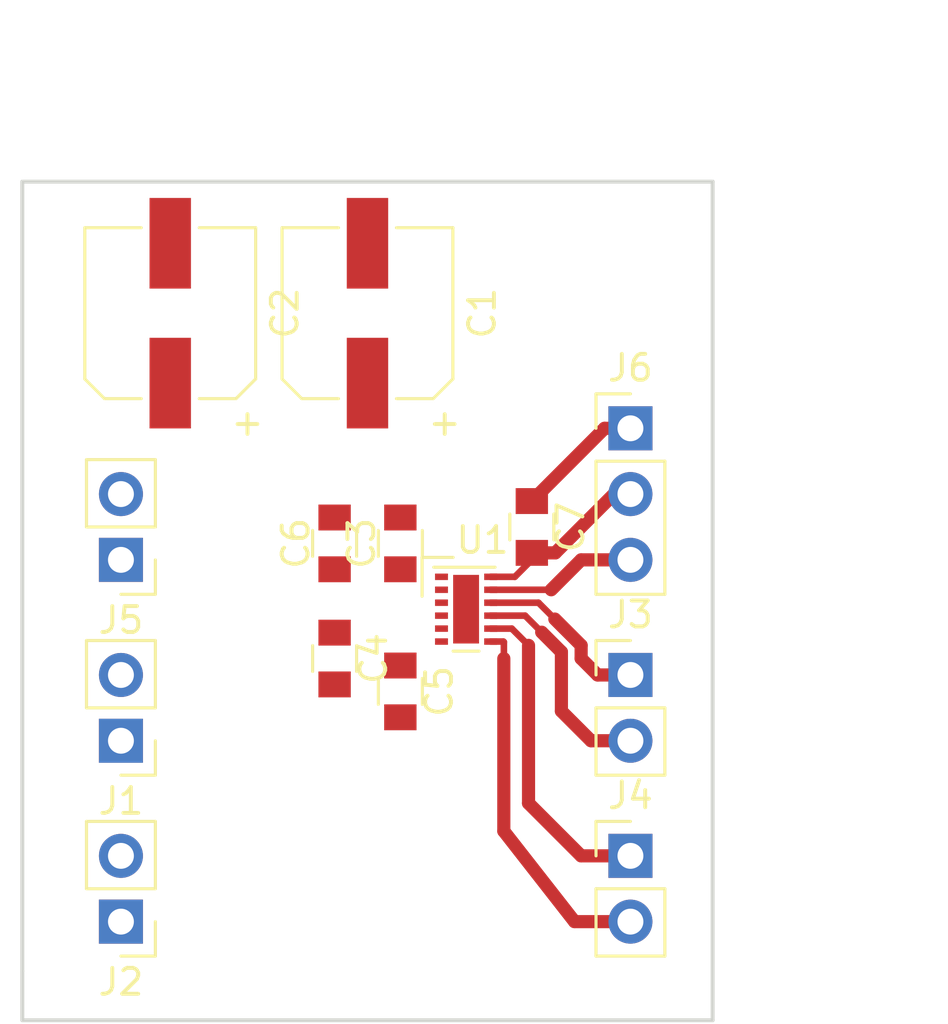
<source format=kicad_pcb>
(kicad_pcb (version 4) (host pcbnew 4.0.7)

  (general
    (links 30)
    (no_connects 20)
    (area 123.114999 93.269999 149.935001 125.805001)
    (thickness 1.6)
    (drawings 7)
    (tracks 35)
    (zones 0)
    (modules 14)
    (nets 13)
  )

  (page A4)
  (layers
    (0 F.Cu signal)
    (31 B.Cu signal)
    (32 B.Adhes user)
    (33 F.Adhes user)
    (34 B.Paste user)
    (35 F.Paste user)
    (36 B.SilkS user)
    (37 F.SilkS user)
    (38 B.Mask user)
    (39 F.Mask user)
    (40 Dwgs.User user)
    (41 Cmts.User user)
    (42 Eco1.User user)
    (43 Eco2.User user)
    (44 Edge.Cuts user)
    (45 Margin user)
    (46 B.CrtYd user)
    (47 F.CrtYd user)
    (48 B.Fab user)
    (49 F.Fab user)
  )

  (setup
    (last_trace_width 0.254)
    (user_trace_width 0.254)
    (user_trace_width 0.381)
    (user_trace_width 0.508)
    (user_trace_width 0.635)
    (user_trace_width 0.762)
    (user_trace_width 1.016)
    (user_trace_width 1.27)
    (user_trace_width 1.524)
    (trace_clearance 0.2)
    (zone_clearance 0.508)
    (zone_45_only no)
    (trace_min 0.2)
    (segment_width 0.2)
    (edge_width 0.15)
    (via_size 0.6)
    (via_drill 0.4)
    (via_min_size 0.4)
    (via_min_drill 0.3)
    (uvia_size 0.3)
    (uvia_drill 0.1)
    (uvias_allowed no)
    (uvia_min_size 0.2)
    (uvia_min_drill 0.1)
    (pcb_text_width 0.3)
    (pcb_text_size 1.5 1.5)
    (mod_edge_width 0.15)
    (mod_text_size 1 1)
    (mod_text_width 0.15)
    (pad_size 1.524 1.524)
    (pad_drill 0.762)
    (pad_to_mask_clearance 0.2)
    (aux_axis_origin 0 0)
    (visible_elements 7FFFFFFF)
    (pcbplotparams
      (layerselection 0x00030_80000001)
      (usegerberextensions false)
      (excludeedgelayer true)
      (linewidth 0.100000)
      (plotframeref false)
      (viasonmask false)
      (mode 1)
      (useauxorigin false)
      (hpglpennumber 1)
      (hpglpenspeed 20)
      (hpglpendiameter 15)
      (hpglpenoverlay 2)
      (psnegative false)
      (psa4output false)
      (plotreference true)
      (plotvalue true)
      (plotinvisibletext false)
      (padsonsilk false)
      (subtractmaskfromsilk false)
      (outputformat 1)
      (mirror false)
      (drillshape 1)
      (scaleselection 1)
      (outputdirectory ""))
  )

  (net 0 "")
  (net 1 +8V)
  (net 2 GND)
  (net 3 "Net-(C4-Pad1)")
  (net 4 "Net-(C4-Pad2)")
  (net 5 "Net-(C5-Pad1)")
  (net 6 "Net-(C5-Pad2)")
  (net 7 /Dir_A)
  (net 8 /PWM_A)
  (net 9 /Dir_B)
  (net 10 /PWM_B)
  (net 11 +3V3)
  (net 12 "Net-(J6-Pad3)")

  (net_class Default "Dies ist die voreingestellte Netzklasse."
    (clearance 0.2)
    (trace_width 0.25)
    (via_dia 0.6)
    (via_drill 0.4)
    (uvia_dia 0.3)
    (uvia_drill 0.1)
    (add_net +3V3)
    (add_net +8V)
    (add_net /Dir_A)
    (add_net /Dir_B)
    (add_net /PWM_A)
    (add_net /PWM_B)
    (add_net GND)
    (add_net "Net-(C4-Pad1)")
    (add_net "Net-(C4-Pad2)")
    (add_net "Net-(C5-Pad1)")
    (add_net "Net-(C5-Pad2)")
    (add_net "Net-(J6-Pad3)")
  )

  (module Capacitors_SMD:CP_Elec_6.3x7.7 (layer F.Cu) (tedit 58AA8B76) (tstamp 5A9E965A)
    (at 136.525 98.425 90)
    (descr "SMT capacitor, aluminium electrolytic, 6.3x7.7")
    (path /5A9E981E)
    (attr smd)
    (fp_text reference C1 (at 0 4.43 90) (layer F.SilkS)
      (effects (font (size 1 1) (thickness 0.15)))
    )
    (fp_text value 220u (at 0 -4.43 90) (layer F.Fab)
      (effects (font (size 1 1) (thickness 0.15)))
    )
    (fp_circle (center 0 0) (end 0.5 3) (layer F.Fab) (width 0.1))
    (fp_text user + (at -1.73 -0.08 90) (layer F.Fab)
      (effects (font (size 1 1) (thickness 0.15)))
    )
    (fp_text user + (at -4.28 2.91 90) (layer F.SilkS)
      (effects (font (size 1 1) (thickness 0.15)))
    )
    (fp_text user %R (at 0 4.43 90) (layer F.Fab)
      (effects (font (size 1 1) (thickness 0.15)))
    )
    (fp_line (start 3.15 3.15) (end 3.15 -3.15) (layer F.Fab) (width 0.1))
    (fp_line (start -2.48 3.15) (end 3.15 3.15) (layer F.Fab) (width 0.1))
    (fp_line (start -3.15 2.48) (end -2.48 3.15) (layer F.Fab) (width 0.1))
    (fp_line (start -3.15 -2.48) (end -3.15 2.48) (layer F.Fab) (width 0.1))
    (fp_line (start -2.48 -3.15) (end -3.15 -2.48) (layer F.Fab) (width 0.1))
    (fp_line (start 3.15 -3.15) (end -2.48 -3.15) (layer F.Fab) (width 0.1))
    (fp_line (start -3.3 2.54) (end -3.3 1.12) (layer F.SilkS) (width 0.12))
    (fp_line (start 3.3 3.3) (end 3.3 1.12) (layer F.SilkS) (width 0.12))
    (fp_line (start 3.3 -3.3) (end 3.3 -1.12) (layer F.SilkS) (width 0.12))
    (fp_line (start -3.3 -2.54) (end -3.3 -1.12) (layer F.SilkS) (width 0.12))
    (fp_line (start 3.3 3.3) (end -2.54 3.3) (layer F.SilkS) (width 0.12))
    (fp_line (start -2.54 3.3) (end -3.3 2.54) (layer F.SilkS) (width 0.12))
    (fp_line (start -3.3 -2.54) (end -2.54 -3.3) (layer F.SilkS) (width 0.12))
    (fp_line (start -2.54 -3.3) (end 3.3 -3.3) (layer F.SilkS) (width 0.12))
    (fp_line (start -4.7 -3.4) (end 4.7 -3.4) (layer F.CrtYd) (width 0.05))
    (fp_line (start -4.7 -3.4) (end -4.7 3.4) (layer F.CrtYd) (width 0.05))
    (fp_line (start 4.7 3.4) (end 4.7 -3.4) (layer F.CrtYd) (width 0.05))
    (fp_line (start 4.7 3.4) (end -4.7 3.4) (layer F.CrtYd) (width 0.05))
    (pad 1 smd rect (at -2.7 0 270) (size 3.5 1.6) (layers F.Cu F.Paste F.Mask)
      (net 1 +8V))
    (pad 2 smd rect (at 2.7 0 270) (size 3.5 1.6) (layers F.Cu F.Paste F.Mask)
      (net 2 GND))
    (model Capacitors_SMD.3dshapes/CP_Elec_6.3x7.7.wrl
      (at (xyz 0 0 0))
      (scale (xyz 1 1 1))
      (rotate (xyz 0 0 180))
    )
  )

  (module Capacitors_SMD:CP_Elec_6.3x7.7 (layer F.Cu) (tedit 58AA8B76) (tstamp 5A9E9660)
    (at 128.905 98.425 90)
    (descr "SMT capacitor, aluminium electrolytic, 6.3x7.7")
    (path /5A9E981D)
    (attr smd)
    (fp_text reference C2 (at 0 4.43 90) (layer F.SilkS)
      (effects (font (size 1 1) (thickness 0.15)))
    )
    (fp_text value 220u (at 0 -4.43 90) (layer F.Fab)
      (effects (font (size 1 1) (thickness 0.15)))
    )
    (fp_circle (center 0 0) (end 0.5 3) (layer F.Fab) (width 0.1))
    (fp_text user + (at -1.73 -0.08 90) (layer F.Fab)
      (effects (font (size 1 1) (thickness 0.15)))
    )
    (fp_text user + (at -4.28 2.91 90) (layer F.SilkS)
      (effects (font (size 1 1) (thickness 0.15)))
    )
    (fp_text user %R (at 0 4.43 90) (layer F.Fab)
      (effects (font (size 1 1) (thickness 0.15)))
    )
    (fp_line (start 3.15 3.15) (end 3.15 -3.15) (layer F.Fab) (width 0.1))
    (fp_line (start -2.48 3.15) (end 3.15 3.15) (layer F.Fab) (width 0.1))
    (fp_line (start -3.15 2.48) (end -2.48 3.15) (layer F.Fab) (width 0.1))
    (fp_line (start -3.15 -2.48) (end -3.15 2.48) (layer F.Fab) (width 0.1))
    (fp_line (start -2.48 -3.15) (end -3.15 -2.48) (layer F.Fab) (width 0.1))
    (fp_line (start 3.15 -3.15) (end -2.48 -3.15) (layer F.Fab) (width 0.1))
    (fp_line (start -3.3 2.54) (end -3.3 1.12) (layer F.SilkS) (width 0.12))
    (fp_line (start 3.3 3.3) (end 3.3 1.12) (layer F.SilkS) (width 0.12))
    (fp_line (start 3.3 -3.3) (end 3.3 -1.12) (layer F.SilkS) (width 0.12))
    (fp_line (start -3.3 -2.54) (end -3.3 -1.12) (layer F.SilkS) (width 0.12))
    (fp_line (start 3.3 3.3) (end -2.54 3.3) (layer F.SilkS) (width 0.12))
    (fp_line (start -2.54 3.3) (end -3.3 2.54) (layer F.SilkS) (width 0.12))
    (fp_line (start -3.3 -2.54) (end -2.54 -3.3) (layer F.SilkS) (width 0.12))
    (fp_line (start -2.54 -3.3) (end 3.3 -3.3) (layer F.SilkS) (width 0.12))
    (fp_line (start -4.7 -3.4) (end 4.7 -3.4) (layer F.CrtYd) (width 0.05))
    (fp_line (start -4.7 -3.4) (end -4.7 3.4) (layer F.CrtYd) (width 0.05))
    (fp_line (start 4.7 3.4) (end 4.7 -3.4) (layer F.CrtYd) (width 0.05))
    (fp_line (start 4.7 3.4) (end -4.7 3.4) (layer F.CrtYd) (width 0.05))
    (pad 1 smd rect (at -2.7 0 270) (size 3.5 1.6) (layers F.Cu F.Paste F.Mask)
      (net 1 +8V))
    (pad 2 smd rect (at 2.7 0 270) (size 3.5 1.6) (layers F.Cu F.Paste F.Mask)
      (net 2 GND))
    (model Capacitors_SMD.3dshapes/CP_Elec_6.3x7.7.wrl
      (at (xyz 0 0 0))
      (scale (xyz 1 1 1))
      (rotate (xyz 0 0 180))
    )
  )

  (module Capacitors_SMD:C_0805 (layer F.Cu) (tedit 58AA8463) (tstamp 5A9E9666)
    (at 137.795 107.315 90)
    (descr "Capacitor SMD 0805, reflow soldering, AVX (see smccp.pdf)")
    (tags "capacitor 0805")
    (path /5A9E981C)
    (attr smd)
    (fp_text reference C3 (at 0 -1.5 90) (layer F.SilkS)
      (effects (font (size 1 1) (thickness 0.15)))
    )
    (fp_text value 1u (at 0 1.75 90) (layer F.Fab)
      (effects (font (size 1 1) (thickness 0.15)))
    )
    (fp_text user %R (at 0 -1.5 90) (layer F.Fab)
      (effects (font (size 1 1) (thickness 0.15)))
    )
    (fp_line (start -1 0.62) (end -1 -0.62) (layer F.Fab) (width 0.1))
    (fp_line (start 1 0.62) (end -1 0.62) (layer F.Fab) (width 0.1))
    (fp_line (start 1 -0.62) (end 1 0.62) (layer F.Fab) (width 0.1))
    (fp_line (start -1 -0.62) (end 1 -0.62) (layer F.Fab) (width 0.1))
    (fp_line (start 0.5 -0.85) (end -0.5 -0.85) (layer F.SilkS) (width 0.12))
    (fp_line (start -0.5 0.85) (end 0.5 0.85) (layer F.SilkS) (width 0.12))
    (fp_line (start -1.75 -0.88) (end 1.75 -0.88) (layer F.CrtYd) (width 0.05))
    (fp_line (start -1.75 -0.88) (end -1.75 0.87) (layer F.CrtYd) (width 0.05))
    (fp_line (start 1.75 0.87) (end 1.75 -0.88) (layer F.CrtYd) (width 0.05))
    (fp_line (start 1.75 0.87) (end -1.75 0.87) (layer F.CrtYd) (width 0.05))
    (pad 1 smd rect (at -1 0 90) (size 1 1.25) (layers F.Cu F.Paste F.Mask)
      (net 1 +8V))
    (pad 2 smd rect (at 1 0 90) (size 1 1.25) (layers F.Cu F.Paste F.Mask)
      (net 2 GND))
    (model Capacitors_SMD.3dshapes/C_0805.wrl
      (at (xyz 0 0 0))
      (scale (xyz 1 1 1))
      (rotate (xyz 0 0 0))
    )
  )

  (module Capacitors_SMD:C_0805 (layer F.Cu) (tedit 58AA8463) (tstamp 5A9E966C)
    (at 135.255 111.76 270)
    (descr "Capacitor SMD 0805, reflow soldering, AVX (see smccp.pdf)")
    (tags "capacitor 0805")
    (path /5A9E981F)
    (attr smd)
    (fp_text reference C4 (at 0 -1.5 270) (layer F.SilkS)
      (effects (font (size 1 1) (thickness 0.15)))
    )
    (fp_text value 3n3 (at 0 1.75 270) (layer F.Fab)
      (effects (font (size 1 1) (thickness 0.15)))
    )
    (fp_text user %R (at 0 -1.5 270) (layer F.Fab)
      (effects (font (size 1 1) (thickness 0.15)))
    )
    (fp_line (start -1 0.62) (end -1 -0.62) (layer F.Fab) (width 0.1))
    (fp_line (start 1 0.62) (end -1 0.62) (layer F.Fab) (width 0.1))
    (fp_line (start 1 -0.62) (end 1 0.62) (layer F.Fab) (width 0.1))
    (fp_line (start -1 -0.62) (end 1 -0.62) (layer F.Fab) (width 0.1))
    (fp_line (start 0.5 -0.85) (end -0.5 -0.85) (layer F.SilkS) (width 0.12))
    (fp_line (start -0.5 0.85) (end 0.5 0.85) (layer F.SilkS) (width 0.12))
    (fp_line (start -1.75 -0.88) (end 1.75 -0.88) (layer F.CrtYd) (width 0.05))
    (fp_line (start -1.75 -0.88) (end -1.75 0.87) (layer F.CrtYd) (width 0.05))
    (fp_line (start 1.75 0.87) (end 1.75 -0.88) (layer F.CrtYd) (width 0.05))
    (fp_line (start 1.75 0.87) (end -1.75 0.87) (layer F.CrtYd) (width 0.05))
    (pad 1 smd rect (at -1 0 270) (size 1 1.25) (layers F.Cu F.Paste F.Mask)
      (net 3 "Net-(C4-Pad1)"))
    (pad 2 smd rect (at 1 0 270) (size 1 1.25) (layers F.Cu F.Paste F.Mask)
      (net 4 "Net-(C4-Pad2)"))
    (model Capacitors_SMD.3dshapes/C_0805.wrl
      (at (xyz 0 0 0))
      (scale (xyz 1 1 1))
      (rotate (xyz 0 0 0))
    )
  )

  (module Capacitors_SMD:C_0805 (layer F.Cu) (tedit 58AA8463) (tstamp 5A9E9672)
    (at 137.795 113.03 270)
    (descr "Capacitor SMD 0805, reflow soldering, AVX (see smccp.pdf)")
    (tags "capacitor 0805")
    (path /5A9E9820)
    (attr smd)
    (fp_text reference C5 (at 0 -1.5 270) (layer F.SilkS)
      (effects (font (size 1 1) (thickness 0.15)))
    )
    (fp_text value 3n3 (at 0 1.75 270) (layer F.Fab)
      (effects (font (size 1 1) (thickness 0.15)))
    )
    (fp_text user %R (at 0 -1.5 270) (layer F.Fab)
      (effects (font (size 1 1) (thickness 0.15)))
    )
    (fp_line (start -1 0.62) (end -1 -0.62) (layer F.Fab) (width 0.1))
    (fp_line (start 1 0.62) (end -1 0.62) (layer F.Fab) (width 0.1))
    (fp_line (start 1 -0.62) (end 1 0.62) (layer F.Fab) (width 0.1))
    (fp_line (start -1 -0.62) (end 1 -0.62) (layer F.Fab) (width 0.1))
    (fp_line (start 0.5 -0.85) (end -0.5 -0.85) (layer F.SilkS) (width 0.12))
    (fp_line (start -0.5 0.85) (end 0.5 0.85) (layer F.SilkS) (width 0.12))
    (fp_line (start -1.75 -0.88) (end 1.75 -0.88) (layer F.CrtYd) (width 0.05))
    (fp_line (start -1.75 -0.88) (end -1.75 0.87) (layer F.CrtYd) (width 0.05))
    (fp_line (start 1.75 0.87) (end 1.75 -0.88) (layer F.CrtYd) (width 0.05))
    (fp_line (start 1.75 0.87) (end -1.75 0.87) (layer F.CrtYd) (width 0.05))
    (pad 1 smd rect (at -1 0 270) (size 1 1.25) (layers F.Cu F.Paste F.Mask)
      (net 5 "Net-(C5-Pad1)"))
    (pad 2 smd rect (at 1 0 270) (size 1 1.25) (layers F.Cu F.Paste F.Mask)
      (net 6 "Net-(C5-Pad2)"))
    (model Capacitors_SMD.3dshapes/C_0805.wrl
      (at (xyz 0 0 0))
      (scale (xyz 1 1 1))
      (rotate (xyz 0 0 0))
    )
  )

  (module Capacitors_SMD:C_0805 (layer F.Cu) (tedit 58AA8463) (tstamp 5A9E9678)
    (at 135.255 107.315 90)
    (descr "Capacitor SMD 0805, reflow soldering, AVX (see smccp.pdf)")
    (tags "capacitor 0805")
    (path /5A9E981B)
    (attr smd)
    (fp_text reference C6 (at 0 -1.5 90) (layer F.SilkS)
      (effects (font (size 1 1) (thickness 0.15)))
    )
    (fp_text value 100n (at 0 1.75 90) (layer F.Fab)
      (effects (font (size 1 1) (thickness 0.15)))
    )
    (fp_text user %R (at 0 -1.5 90) (layer F.Fab)
      (effects (font (size 1 1) (thickness 0.15)))
    )
    (fp_line (start -1 0.62) (end -1 -0.62) (layer F.Fab) (width 0.1))
    (fp_line (start 1 0.62) (end -1 0.62) (layer F.Fab) (width 0.1))
    (fp_line (start 1 -0.62) (end 1 0.62) (layer F.Fab) (width 0.1))
    (fp_line (start -1 -0.62) (end 1 -0.62) (layer F.Fab) (width 0.1))
    (fp_line (start 0.5 -0.85) (end -0.5 -0.85) (layer F.SilkS) (width 0.12))
    (fp_line (start -0.5 0.85) (end 0.5 0.85) (layer F.SilkS) (width 0.12))
    (fp_line (start -1.75 -0.88) (end 1.75 -0.88) (layer F.CrtYd) (width 0.05))
    (fp_line (start -1.75 -0.88) (end -1.75 0.87) (layer F.CrtYd) (width 0.05))
    (fp_line (start 1.75 0.87) (end 1.75 -0.88) (layer F.CrtYd) (width 0.05))
    (fp_line (start 1.75 0.87) (end -1.75 0.87) (layer F.CrtYd) (width 0.05))
    (pad 1 smd rect (at -1 0 90) (size 1 1.25) (layers F.Cu F.Paste F.Mask)
      (net 1 +8V))
    (pad 2 smd rect (at 1 0 90) (size 1 1.25) (layers F.Cu F.Paste F.Mask)
      (net 2 GND))
    (model Capacitors_SMD.3dshapes/C_0805.wrl
      (at (xyz 0 0 0))
      (scale (xyz 1 1 1))
      (rotate (xyz 0 0 0))
    )
  )

  (module Capacitors_SMD:C_0805 (layer F.Cu) (tedit 58AA8463) (tstamp 5A9E967E)
    (at 142.875 106.68 270)
    (descr "Capacitor SMD 0805, reflow soldering, AVX (see smccp.pdf)")
    (tags "capacitor 0805")
    (path /5A9E9821)
    (attr smd)
    (fp_text reference C7 (at 0 -1.5 270) (layer F.SilkS)
      (effects (font (size 1 1) (thickness 0.15)))
    )
    (fp_text value 100n (at 0 1.75 270) (layer F.Fab)
      (effects (font (size 1 1) (thickness 0.15)))
    )
    (fp_text user %R (at 0 -1.5 270) (layer F.Fab)
      (effects (font (size 1 1) (thickness 0.15)))
    )
    (fp_line (start -1 0.62) (end -1 -0.62) (layer F.Fab) (width 0.1))
    (fp_line (start 1 0.62) (end -1 0.62) (layer F.Fab) (width 0.1))
    (fp_line (start 1 -0.62) (end 1 0.62) (layer F.Fab) (width 0.1))
    (fp_line (start -1 -0.62) (end 1 -0.62) (layer F.Fab) (width 0.1))
    (fp_line (start 0.5 -0.85) (end -0.5 -0.85) (layer F.SilkS) (width 0.12))
    (fp_line (start -0.5 0.85) (end 0.5 0.85) (layer F.SilkS) (width 0.12))
    (fp_line (start -1.75 -0.88) (end 1.75 -0.88) (layer F.CrtYd) (width 0.05))
    (fp_line (start -1.75 -0.88) (end -1.75 0.87) (layer F.CrtYd) (width 0.05))
    (fp_line (start 1.75 0.87) (end 1.75 -0.88) (layer F.CrtYd) (width 0.05))
    (fp_line (start 1.75 0.87) (end -1.75 0.87) (layer F.CrtYd) (width 0.05))
    (pad 1 smd rect (at -1 0 270) (size 1 1.25) (layers F.Cu F.Paste F.Mask)
      (net 2 GND))
    (pad 2 smd rect (at 1 0 270) (size 1 1.25) (layers F.Cu F.Paste F.Mask)
      (net 11 +3V3))
    (model Capacitors_SMD.3dshapes/C_0805.wrl
      (at (xyz 0 0 0))
      (scale (xyz 1 1 1))
      (rotate (xyz 0 0 0))
    )
  )

  (module Pin_Headers:Pin_Header_Straight_1x02_Pitch2.54mm (layer F.Cu) (tedit 59650532) (tstamp 5A9E9684)
    (at 127 114.935 180)
    (descr "Through hole straight pin header, 1x02, 2.54mm pitch, single row")
    (tags "Through hole pin header THT 1x02 2.54mm single row")
    (path /5A9EBC56)
    (fp_text reference J1 (at 0 -2.33 180) (layer F.SilkS)
      (effects (font (size 1 1) (thickness 0.15)))
    )
    (fp_text value Conn_01x02 (at 0 4.87 180) (layer F.Fab)
      (effects (font (size 1 1) (thickness 0.15)))
    )
    (fp_line (start -0.635 -1.27) (end 1.27 -1.27) (layer F.Fab) (width 0.1))
    (fp_line (start 1.27 -1.27) (end 1.27 3.81) (layer F.Fab) (width 0.1))
    (fp_line (start 1.27 3.81) (end -1.27 3.81) (layer F.Fab) (width 0.1))
    (fp_line (start -1.27 3.81) (end -1.27 -0.635) (layer F.Fab) (width 0.1))
    (fp_line (start -1.27 -0.635) (end -0.635 -1.27) (layer F.Fab) (width 0.1))
    (fp_line (start -1.33 3.87) (end 1.33 3.87) (layer F.SilkS) (width 0.12))
    (fp_line (start -1.33 1.27) (end -1.33 3.87) (layer F.SilkS) (width 0.12))
    (fp_line (start 1.33 1.27) (end 1.33 3.87) (layer F.SilkS) (width 0.12))
    (fp_line (start -1.33 1.27) (end 1.33 1.27) (layer F.SilkS) (width 0.12))
    (fp_line (start -1.33 0) (end -1.33 -1.33) (layer F.SilkS) (width 0.12))
    (fp_line (start -1.33 -1.33) (end 0 -1.33) (layer F.SilkS) (width 0.12))
    (fp_line (start -1.8 -1.8) (end -1.8 4.35) (layer F.CrtYd) (width 0.05))
    (fp_line (start -1.8 4.35) (end 1.8 4.35) (layer F.CrtYd) (width 0.05))
    (fp_line (start 1.8 4.35) (end 1.8 -1.8) (layer F.CrtYd) (width 0.05))
    (fp_line (start 1.8 -1.8) (end -1.8 -1.8) (layer F.CrtYd) (width 0.05))
    (fp_text user %R (at 0 1.27 270) (layer F.Fab)
      (effects (font (size 1 1) (thickness 0.15)))
    )
    (pad 1 thru_hole rect (at 0 0 180) (size 1.7 1.7) (drill 1) (layers *.Cu *.Mask)
      (net 4 "Net-(C4-Pad2)"))
    (pad 2 thru_hole oval (at 0 2.54 180) (size 1.7 1.7) (drill 1) (layers *.Cu *.Mask)
      (net 3 "Net-(C4-Pad1)"))
    (model ${KISYS3DMOD}/Pin_Headers.3dshapes/Pin_Header_Straight_1x02_Pitch2.54mm.wrl
      (at (xyz 0 0 0))
      (scale (xyz 1 1 1))
      (rotate (xyz 0 0 0))
    )
  )

  (module Pin_Headers:Pin_Header_Straight_1x02_Pitch2.54mm (layer F.Cu) (tedit 59650532) (tstamp 5A9E968A)
    (at 127 121.92 180)
    (descr "Through hole straight pin header, 1x02, 2.54mm pitch, single row")
    (tags "Through hole pin header THT 1x02 2.54mm single row")
    (path /5A9EBD13)
    (fp_text reference J2 (at 0 -2.33 180) (layer F.SilkS)
      (effects (font (size 1 1) (thickness 0.15)))
    )
    (fp_text value Conn_01x02 (at 0 4.87 180) (layer F.Fab)
      (effects (font (size 1 1) (thickness 0.15)))
    )
    (fp_line (start -0.635 -1.27) (end 1.27 -1.27) (layer F.Fab) (width 0.1))
    (fp_line (start 1.27 -1.27) (end 1.27 3.81) (layer F.Fab) (width 0.1))
    (fp_line (start 1.27 3.81) (end -1.27 3.81) (layer F.Fab) (width 0.1))
    (fp_line (start -1.27 3.81) (end -1.27 -0.635) (layer F.Fab) (width 0.1))
    (fp_line (start -1.27 -0.635) (end -0.635 -1.27) (layer F.Fab) (width 0.1))
    (fp_line (start -1.33 3.87) (end 1.33 3.87) (layer F.SilkS) (width 0.12))
    (fp_line (start -1.33 1.27) (end -1.33 3.87) (layer F.SilkS) (width 0.12))
    (fp_line (start 1.33 1.27) (end 1.33 3.87) (layer F.SilkS) (width 0.12))
    (fp_line (start -1.33 1.27) (end 1.33 1.27) (layer F.SilkS) (width 0.12))
    (fp_line (start -1.33 0) (end -1.33 -1.33) (layer F.SilkS) (width 0.12))
    (fp_line (start -1.33 -1.33) (end 0 -1.33) (layer F.SilkS) (width 0.12))
    (fp_line (start -1.8 -1.8) (end -1.8 4.35) (layer F.CrtYd) (width 0.05))
    (fp_line (start -1.8 4.35) (end 1.8 4.35) (layer F.CrtYd) (width 0.05))
    (fp_line (start 1.8 4.35) (end 1.8 -1.8) (layer F.CrtYd) (width 0.05))
    (fp_line (start 1.8 -1.8) (end -1.8 -1.8) (layer F.CrtYd) (width 0.05))
    (fp_text user %R (at 0 1.27 270) (layer F.Fab)
      (effects (font (size 1 1) (thickness 0.15)))
    )
    (pad 1 thru_hole rect (at 0 0 180) (size 1.7 1.7) (drill 1) (layers *.Cu *.Mask)
      (net 6 "Net-(C5-Pad2)"))
    (pad 2 thru_hole oval (at 0 2.54 180) (size 1.7 1.7) (drill 1) (layers *.Cu *.Mask)
      (net 5 "Net-(C5-Pad1)"))
    (model ${KISYS3DMOD}/Pin_Headers.3dshapes/Pin_Header_Straight_1x02_Pitch2.54mm.wrl
      (at (xyz 0 0 0))
      (scale (xyz 1 1 1))
      (rotate (xyz 0 0 0))
    )
  )

  (module Pin_Headers:Pin_Header_Straight_1x02_Pitch2.54mm (layer F.Cu) (tedit 59650532) (tstamp 5A9E9690)
    (at 146.685 112.395)
    (descr "Through hole straight pin header, 1x02, 2.54mm pitch, single row")
    (tags "Through hole pin header THT 1x02 2.54mm single row")
    (path /5A9E98CD)
    (fp_text reference J3 (at 0 -2.33) (layer F.SilkS)
      (effects (font (size 1 1) (thickness 0.15)))
    )
    (fp_text value Conn_01x02 (at 0 4.87) (layer F.Fab)
      (effects (font (size 1 1) (thickness 0.15)))
    )
    (fp_line (start -0.635 -1.27) (end 1.27 -1.27) (layer F.Fab) (width 0.1))
    (fp_line (start 1.27 -1.27) (end 1.27 3.81) (layer F.Fab) (width 0.1))
    (fp_line (start 1.27 3.81) (end -1.27 3.81) (layer F.Fab) (width 0.1))
    (fp_line (start -1.27 3.81) (end -1.27 -0.635) (layer F.Fab) (width 0.1))
    (fp_line (start -1.27 -0.635) (end -0.635 -1.27) (layer F.Fab) (width 0.1))
    (fp_line (start -1.33 3.87) (end 1.33 3.87) (layer F.SilkS) (width 0.12))
    (fp_line (start -1.33 1.27) (end -1.33 3.87) (layer F.SilkS) (width 0.12))
    (fp_line (start 1.33 1.27) (end 1.33 3.87) (layer F.SilkS) (width 0.12))
    (fp_line (start -1.33 1.27) (end 1.33 1.27) (layer F.SilkS) (width 0.12))
    (fp_line (start -1.33 0) (end -1.33 -1.33) (layer F.SilkS) (width 0.12))
    (fp_line (start -1.33 -1.33) (end 0 -1.33) (layer F.SilkS) (width 0.12))
    (fp_line (start -1.8 -1.8) (end -1.8 4.35) (layer F.CrtYd) (width 0.05))
    (fp_line (start -1.8 4.35) (end 1.8 4.35) (layer F.CrtYd) (width 0.05))
    (fp_line (start 1.8 4.35) (end 1.8 -1.8) (layer F.CrtYd) (width 0.05))
    (fp_line (start 1.8 -1.8) (end -1.8 -1.8) (layer F.CrtYd) (width 0.05))
    (fp_text user %R (at 0 1.27 90) (layer F.Fab)
      (effects (font (size 1 1) (thickness 0.15)))
    )
    (pad 1 thru_hole rect (at 0 0) (size 1.7 1.7) (drill 1) (layers *.Cu *.Mask)
      (net 7 /Dir_A))
    (pad 2 thru_hole oval (at 0 2.54) (size 1.7 1.7) (drill 1) (layers *.Cu *.Mask)
      (net 8 /PWM_A))
    (model ${KISYS3DMOD}/Pin_Headers.3dshapes/Pin_Header_Straight_1x02_Pitch2.54mm.wrl
      (at (xyz 0 0 0))
      (scale (xyz 1 1 1))
      (rotate (xyz 0 0 0))
    )
  )

  (module Pin_Headers:Pin_Header_Straight_1x02_Pitch2.54mm (layer F.Cu) (tedit 59650532) (tstamp 5A9E9696)
    (at 146.685 119.38)
    (descr "Through hole straight pin header, 1x02, 2.54mm pitch, single row")
    (tags "Through hole pin header THT 1x02 2.54mm single row")
    (path /5A9E9774)
    (fp_text reference J4 (at 0 -2.33) (layer F.SilkS)
      (effects (font (size 1 1) (thickness 0.15)))
    )
    (fp_text value Conn_01x02 (at 0 4.87) (layer F.Fab)
      (effects (font (size 1 1) (thickness 0.15)))
    )
    (fp_line (start -0.635 -1.27) (end 1.27 -1.27) (layer F.Fab) (width 0.1))
    (fp_line (start 1.27 -1.27) (end 1.27 3.81) (layer F.Fab) (width 0.1))
    (fp_line (start 1.27 3.81) (end -1.27 3.81) (layer F.Fab) (width 0.1))
    (fp_line (start -1.27 3.81) (end -1.27 -0.635) (layer F.Fab) (width 0.1))
    (fp_line (start -1.27 -0.635) (end -0.635 -1.27) (layer F.Fab) (width 0.1))
    (fp_line (start -1.33 3.87) (end 1.33 3.87) (layer F.SilkS) (width 0.12))
    (fp_line (start -1.33 1.27) (end -1.33 3.87) (layer F.SilkS) (width 0.12))
    (fp_line (start 1.33 1.27) (end 1.33 3.87) (layer F.SilkS) (width 0.12))
    (fp_line (start -1.33 1.27) (end 1.33 1.27) (layer F.SilkS) (width 0.12))
    (fp_line (start -1.33 0) (end -1.33 -1.33) (layer F.SilkS) (width 0.12))
    (fp_line (start -1.33 -1.33) (end 0 -1.33) (layer F.SilkS) (width 0.12))
    (fp_line (start -1.8 -1.8) (end -1.8 4.35) (layer F.CrtYd) (width 0.05))
    (fp_line (start -1.8 4.35) (end 1.8 4.35) (layer F.CrtYd) (width 0.05))
    (fp_line (start 1.8 4.35) (end 1.8 -1.8) (layer F.CrtYd) (width 0.05))
    (fp_line (start 1.8 -1.8) (end -1.8 -1.8) (layer F.CrtYd) (width 0.05))
    (fp_text user %R (at 0 1.27 90) (layer F.Fab)
      (effects (font (size 1 1) (thickness 0.15)))
    )
    (pad 1 thru_hole rect (at 0 0) (size 1.7 1.7) (drill 1) (layers *.Cu *.Mask)
      (net 9 /Dir_B))
    (pad 2 thru_hole oval (at 0 2.54) (size 1.7 1.7) (drill 1) (layers *.Cu *.Mask)
      (net 10 /PWM_B))
    (model ${KISYS3DMOD}/Pin_Headers.3dshapes/Pin_Header_Straight_1x02_Pitch2.54mm.wrl
      (at (xyz 0 0 0))
      (scale (xyz 1 1 1))
      (rotate (xyz 0 0 0))
    )
  )

  (module Pin_Headers:Pin_Header_Straight_1x02_Pitch2.54mm (layer F.Cu) (tedit 59650532) (tstamp 5A9E969C)
    (at 127 107.95 180)
    (descr "Through hole straight pin header, 1x02, 2.54mm pitch, single row")
    (tags "Through hole pin header THT 1x02 2.54mm single row")
    (path /5A9E994E)
    (fp_text reference J5 (at 0 -2.33 180) (layer F.SilkS)
      (effects (font (size 1 1) (thickness 0.15)))
    )
    (fp_text value Conn_01x02 (at 0 4.87 180) (layer F.Fab)
      (effects (font (size 1 1) (thickness 0.15)))
    )
    (fp_line (start -0.635 -1.27) (end 1.27 -1.27) (layer F.Fab) (width 0.1))
    (fp_line (start 1.27 -1.27) (end 1.27 3.81) (layer F.Fab) (width 0.1))
    (fp_line (start 1.27 3.81) (end -1.27 3.81) (layer F.Fab) (width 0.1))
    (fp_line (start -1.27 3.81) (end -1.27 -0.635) (layer F.Fab) (width 0.1))
    (fp_line (start -1.27 -0.635) (end -0.635 -1.27) (layer F.Fab) (width 0.1))
    (fp_line (start -1.33 3.87) (end 1.33 3.87) (layer F.SilkS) (width 0.12))
    (fp_line (start -1.33 1.27) (end -1.33 3.87) (layer F.SilkS) (width 0.12))
    (fp_line (start 1.33 1.27) (end 1.33 3.87) (layer F.SilkS) (width 0.12))
    (fp_line (start -1.33 1.27) (end 1.33 1.27) (layer F.SilkS) (width 0.12))
    (fp_line (start -1.33 0) (end -1.33 -1.33) (layer F.SilkS) (width 0.12))
    (fp_line (start -1.33 -1.33) (end 0 -1.33) (layer F.SilkS) (width 0.12))
    (fp_line (start -1.8 -1.8) (end -1.8 4.35) (layer F.CrtYd) (width 0.05))
    (fp_line (start -1.8 4.35) (end 1.8 4.35) (layer F.CrtYd) (width 0.05))
    (fp_line (start 1.8 4.35) (end 1.8 -1.8) (layer F.CrtYd) (width 0.05))
    (fp_line (start 1.8 -1.8) (end -1.8 -1.8) (layer F.CrtYd) (width 0.05))
    (fp_text user %R (at 0 1.27 270) (layer F.Fab)
      (effects (font (size 1 1) (thickness 0.15)))
    )
    (pad 1 thru_hole rect (at 0 0 180) (size 1.7 1.7) (drill 1) (layers *.Cu *.Mask)
      (net 1 +8V))
    (pad 2 thru_hole oval (at 0 2.54 180) (size 1.7 1.7) (drill 1) (layers *.Cu *.Mask)
      (net 2 GND))
    (model ${KISYS3DMOD}/Pin_Headers.3dshapes/Pin_Header_Straight_1x02_Pitch2.54mm.wrl
      (at (xyz 0 0 0))
      (scale (xyz 1 1 1))
      (rotate (xyz 0 0 0))
    )
  )

  (module Housings_SON:WSON-12-1EP_3x2mm_Pitch0.5mm (layer F.Cu) (tedit 59D7B228) (tstamp 5A9E96B5)
    (at 140.335 109.855)
    (descr "WSON-12 http://www.ti.com/lit/ds/symlink/lm27762.pdf")
    (tags WSON-12)
    (path /5A9E9815)
    (attr smd)
    (fp_text reference U1 (at 0.635 -2.667) (layer F.SilkS)
      (effects (font (size 1 1) (thickness 0.15)))
    )
    (fp_text value DRV8835 (at 0 2.921) (layer F.Fab)
      (effects (font (size 1 1) (thickness 0.15)))
    )
    (fp_line (start -1.7 -0.5) (end -1.7 -2) (layer F.SilkS) (width 0.12))
    (fp_line (start -1.7 -2) (end -0.5 -2) (layer F.SilkS) (width 0.12))
    (fp_line (start -1 -1) (end -0.5 -1.5) (layer F.Fab) (width 0.1))
    (fp_line (start -1.45 -1.75) (end 1.45 -1.75) (layer F.CrtYd) (width 0.05))
    (fp_line (start 1.45 -1.75) (end 1.45 1.75) (layer F.CrtYd) (width 0.05))
    (fp_line (start 1.45 1.75) (end -1.45 1.75) (layer F.CrtYd) (width 0.05))
    (fp_line (start -1.45 1.75) (end -1.45 -1.75) (layer F.CrtYd) (width 0.05))
    (fp_text user %R (at 0 -0.25 90) (layer F.Fab)
      (effects (font (size 0.5 0.5) (thickness 0.05)))
    )
    (fp_line (start 0.5 1.62) (end -0.5 1.62) (layer F.SilkS) (width 0.12))
    (fp_line (start -1.25 -1.62) (end 1.12 -1.62) (layer F.SilkS) (width 0.12))
    (fp_line (start -0.5 -1.5) (end 1 -1.5) (layer F.Fab) (width 0.1))
    (fp_line (start 1 -1.5) (end 1 1.5) (layer F.Fab) (width 0.1))
    (fp_line (start 1 1.5) (end -1 1.5) (layer F.Fab) (width 0.1))
    (fp_line (start -1 1.5) (end -1 -1) (layer F.Fab) (width 0.1))
    (pad 1 smd rect (at -0.95 -1.25) (size 0.5 0.25) (layers F.Cu F.Paste F.Mask)
      (net 1 +8V))
    (pad 2 smd rect (at -0.95 -0.75) (size 0.5 0.25) (layers F.Cu F.Paste F.Mask)
      (net 3 "Net-(C4-Pad1)"))
    (pad 3 smd rect (at -0.95 -0.25) (size 0.5 0.25) (layers F.Cu F.Paste F.Mask)
      (net 4 "Net-(C4-Pad2)"))
    (pad 4 smd rect (at -0.95 0.25) (size 0.5 0.25) (layers F.Cu F.Paste F.Mask)
      (net 5 "Net-(C5-Pad1)"))
    (pad 5 smd rect (at -0.95 0.75) (size 0.5 0.25) (layers F.Cu F.Paste F.Mask)
      (net 6 "Net-(C5-Pad2)"))
    (pad 6 smd rect (at -0.95 1.25) (size 0.5 0.25) (layers F.Cu F.Paste F.Mask)
      (net 2 GND))
    (pad 7 smd rect (at 0.95 1.25) (size 0.5 0.25) (layers F.Cu F.Paste F.Mask)
      (net 10 /PWM_B))
    (pad 8 smd rect (at 0.95 0.75) (size 0.5 0.25) (layers F.Cu F.Paste F.Mask)
      (net 9 /Dir_B))
    (pad 9 smd rect (at 0.95 0.25) (size 0.5 0.25) (layers F.Cu F.Paste F.Mask)
      (net 8 /PWM_A))
    (pad 10 smd rect (at 0.95 -0.25) (size 0.5 0.25) (layers F.Cu F.Paste F.Mask)
      (net 7 /Dir_A))
    (pad 11 smd rect (at 0.95 -0.75) (size 0.5 0.25) (layers F.Cu F.Paste F.Mask)
      (net 12 "Net-(J6-Pad3)"))
    (pad 12 smd rect (at 0.95 -1.25) (size 0.5 0.25) (layers F.Cu F.Paste F.Mask)
      (net 11 +3V3))
    (pad 13 smd rect (at 0 0) (size 1 2.65) (layers F.Cu F.Mask)
      (net 2 GND))
    (pad 13 smd rect (at 0 0.685) (size 0.95 1.17) (layers F.Cu F.Paste)
      (net 2 GND))
    (pad 13 smd rect (at 0 -0.685) (size 0.95 1.17) (layers F.Cu F.Paste)
      (net 2 GND))
    (model ${KISYS3DMOD}/Housings_SON.3dshapes/WSON-12-1EP_3x2mm_Pitch0.5mm.wrl
      (at (xyz 0 0 0))
      (scale (xyz 1 1 1))
      (rotate (xyz 0 0 0))
    )
  )

  (module Pin_Headers:Pin_Header_Straight_1x03_Pitch2.54mm (layer F.Cu) (tedit 59650532) (tstamp 5A9EA71A)
    (at 146.685 102.87)
    (descr "Through hole straight pin header, 1x03, 2.54mm pitch, single row")
    (tags "Through hole pin header THT 1x03 2.54mm single row")
    (path /5A9EA7BF)
    (fp_text reference J6 (at 0 -2.33) (layer F.SilkS)
      (effects (font (size 1 1) (thickness 0.15)))
    )
    (fp_text value Conn_01x03 (at 0 7.41) (layer F.Fab)
      (effects (font (size 1 1) (thickness 0.15)))
    )
    (fp_line (start -0.635 -1.27) (end 1.27 -1.27) (layer F.Fab) (width 0.1))
    (fp_line (start 1.27 -1.27) (end 1.27 6.35) (layer F.Fab) (width 0.1))
    (fp_line (start 1.27 6.35) (end -1.27 6.35) (layer F.Fab) (width 0.1))
    (fp_line (start -1.27 6.35) (end -1.27 -0.635) (layer F.Fab) (width 0.1))
    (fp_line (start -1.27 -0.635) (end -0.635 -1.27) (layer F.Fab) (width 0.1))
    (fp_line (start -1.33 6.41) (end 1.33 6.41) (layer F.SilkS) (width 0.12))
    (fp_line (start -1.33 1.27) (end -1.33 6.41) (layer F.SilkS) (width 0.12))
    (fp_line (start 1.33 1.27) (end 1.33 6.41) (layer F.SilkS) (width 0.12))
    (fp_line (start -1.33 1.27) (end 1.33 1.27) (layer F.SilkS) (width 0.12))
    (fp_line (start -1.33 0) (end -1.33 -1.33) (layer F.SilkS) (width 0.12))
    (fp_line (start -1.33 -1.33) (end 0 -1.33) (layer F.SilkS) (width 0.12))
    (fp_line (start -1.8 -1.8) (end -1.8 6.85) (layer F.CrtYd) (width 0.05))
    (fp_line (start -1.8 6.85) (end 1.8 6.85) (layer F.CrtYd) (width 0.05))
    (fp_line (start 1.8 6.85) (end 1.8 -1.8) (layer F.CrtYd) (width 0.05))
    (fp_line (start 1.8 -1.8) (end -1.8 -1.8) (layer F.CrtYd) (width 0.05))
    (fp_text user %R (at 0 2.54 90) (layer F.Fab)
      (effects (font (size 1 1) (thickness 0.15)))
    )
    (pad 1 thru_hole rect (at 0 0) (size 1.7 1.7) (drill 1) (layers *.Cu *.Mask)
      (net 2 GND))
    (pad 2 thru_hole oval (at 0 2.54) (size 1.7 1.7) (drill 1) (layers *.Cu *.Mask)
      (net 11 +3V3))
    (pad 3 thru_hole oval (at 0 5.08) (size 1.7 1.7) (drill 1) (layers *.Cu *.Mask)
      (net 12 "Net-(J6-Pad3)"))
    (model ${KISYS3DMOD}/Pin_Headers.3dshapes/Pin_Header_Straight_1x03_Pitch2.54mm.wrl
      (at (xyz 0 0 0))
      (scale (xyz 1 1 1))
      (rotate (xyz 0 0 0))
    )
  )

  (dimension 32.385 (width 0.3) (layer Eco1.User)
    (gr_text "32.385 mm" (at 156.29 109.5375 270) (layer Eco1.User)
      (effects (font (size 1.5 1.5) (thickness 0.3)))
    )
    (feature1 (pts (xy 149.86 125.73) (xy 157.64 125.73)))
    (feature2 (pts (xy 149.86 93.345) (xy 157.64 93.345)))
    (crossbar (pts (xy 154.94 93.345) (xy 154.94 125.73)))
    (arrow1a (pts (xy 154.94 125.73) (xy 154.353579 124.603496)))
    (arrow1b (pts (xy 154.94 125.73) (xy 155.526421 124.603496)))
    (arrow2a (pts (xy 154.94 93.345) (xy 154.353579 94.471504)))
    (arrow2b (pts (xy 154.94 93.345) (xy 155.526421 94.471504)))
  )
  (dimension 26.67 (width 0.3) (layer Eco1.User)
    (gr_text "26.670 mm" (at 136.525 88.185) (layer Eco1.User)
      (effects (font (size 1.5 1.5) (thickness 0.3)))
    )
    (feature1 (pts (xy 149.86 93.345) (xy 149.86 86.835)))
    (feature2 (pts (xy 123.19 93.345) (xy 123.19 86.835)))
    (crossbar (pts (xy 123.19 89.535) (xy 149.86 89.535)))
    (arrow1a (pts (xy 149.86 89.535) (xy 148.733496 90.121421)))
    (arrow1b (pts (xy 149.86 89.535) (xy 148.733496 88.948579)))
    (arrow2a (pts (xy 123.19 89.535) (xy 124.316504 90.121421)))
    (arrow2b (pts (xy 123.19 89.535) (xy 124.316504 88.948579)))
  )
  (gr_line (start 123.19 125.73) (end 123.19 123.825) (angle 90) (layer Edge.Cuts) (width 0.15))
  (gr_line (start 149.86 125.73) (end 123.19 125.73) (angle 90) (layer Edge.Cuts) (width 0.15))
  (gr_line (start 149.86 93.345) (end 149.86 125.73) (angle 90) (layer Edge.Cuts) (width 0.15))
  (gr_line (start 123.19 93.345) (end 149.86 93.345) (angle 90) (layer Edge.Cuts) (width 0.15))
  (gr_line (start 123.19 123.825) (end 123.19 93.345) (angle 90) (layer Edge.Cuts) (width 0.15))

  (segment (start 146.685 102.87) (end 145.685 102.87) (width 0.508) (layer F.Cu) (net 2))
  (segment (start 145.685 102.87) (end 142.875 105.68) (width 0.508) (layer F.Cu) (net 2) (tstamp 5A9EA812))
  (segment (start 143.764 110.236) (end 144.78 111.252) (width 0.508) (layer F.Cu) (net 7))
  (segment (start 143.133 109.605) (end 143.764 110.236) (width 0.254) (layer F.Cu) (net 7) (tstamp 5A9EA887))
  (segment (start 141.285 109.605) (end 143.133 109.605) (width 0.254) (layer F.Cu) (net 7) (status 400000))
  (segment (start 145.415 112.395) (end 146.685 112.395) (width 0.508) (layer F.Cu) (net 7) (tstamp 5A9EA997) (status 800000))
  (segment (start 144.78 111.76) (end 145.415 112.395) (width 0.508) (layer F.Cu) (net 7) (tstamp 5A9EA994))
  (segment (start 144.78 111.252) (end 144.78 111.76) (width 0.508) (layer F.Cu) (net 7) (tstamp 5A9EA992))
  (segment (start 143.256 110.744) (end 144.018 111.506) (width 0.508) (layer F.Cu) (net 8))
  (segment (start 142.617 110.105) (end 143.256 110.744) (width 0.254) (layer F.Cu) (net 8) (tstamp 5A9EA88D))
  (segment (start 141.285 110.105) (end 142.617 110.105) (width 0.254) (layer F.Cu) (net 8) (status 400000))
  (segment (start 145.161 114.935) (end 146.685 114.935) (width 0.508) (layer F.Cu) (net 8) (tstamp 5A9EA9A2) (status 800000))
  (segment (start 144.018 113.792) (end 145.161 114.935) (width 0.508) (layer F.Cu) (net 8) (tstamp 5A9EA99E))
  (segment (start 144.018 111.506) (end 144.018 113.792) (width 0.508) (layer F.Cu) (net 8) (tstamp 5A9EA99D))
  (segment (start 142.748 111.252) (end 142.748 117.348) (width 0.508) (layer F.Cu) (net 9))
  (segment (start 142.101 110.605) (end 142.748 111.252) (width 0.254) (layer F.Cu) (net 9) (tstamp 5A9EA890))
  (segment (start 141.285 110.605) (end 142.101 110.605) (width 0.254) (layer F.Cu) (net 9) (status 400000))
  (segment (start 144.78 119.38) (end 146.685 119.38) (width 0.508) (layer F.Cu) (net 9) (tstamp 5A9EA9B2) (status 800000))
  (segment (start 142.748 117.348) (end 144.78 119.38) (width 0.508) (layer F.Cu) (net 9) (tstamp 5A9EA9AD))
  (segment (start 141.285 111.105) (end 141.7755 111.105) (width 0.254) (layer F.Cu) (net 10) (status 400000))
  (segment (start 141.7955 111.76) (end 141.793 111.76) (width 0.254) (layer F.Cu) (net 10) (tstamp 5A9EA9F9))
  (segment (start 141.7955 111.125) (end 141.7955 111.76) (width 0.254) (layer F.Cu) (net 10) (tstamp 5A9EA9F5))
  (segment (start 141.7755 111.105) (end 141.7955 111.125) (width 0.254) (layer F.Cu) (net 10) (tstamp 5A9EA9EE))
  (segment (start 141.793 111.76) (end 141.793 118.425) (width 0.508) (layer F.Cu) (net 10) (tstamp 5A9EA9FA))
  (segment (start 144.526 121.92) (end 146.685 121.92) (width 0.508) (layer F.Cu) (net 10) (tstamp 5A9EA9BE) (status 800000))
  (segment (start 141.793 118.425) (end 144.526 121.92) (width 0.508) (layer F.Cu) (net 10) (tstamp 5A9EA9BB))
  (segment (start 146.685 105.41) (end 146.05 105.41) (width 0.508) (layer F.Cu) (net 11))
  (segment (start 146.05 105.41) (end 143.78 107.68) (width 0.508) (layer F.Cu) (net 11) (tstamp 5A9EA80C))
  (segment (start 143.78 107.68) (end 142.875 107.68) (width 0.508) (layer F.Cu) (net 11) (tstamp 5A9EA80E))
  (segment (start 141.285 108.605) (end 142.22 108.605) (width 0.254) (layer F.Cu) (net 11))
  (segment (start 142.22 108.605) (end 142.875 107.95) (width 0.254) (layer F.Cu) (net 11) (tstamp 5A9EA7B4))
  (segment (start 142.875 107.95) (end 142.875 107.68) (width 0.254) (layer F.Cu) (net 11) (tstamp 5A9EA7B5))
  (segment (start 144.78 107.95) (end 143.625 109.105) (width 0.508) (layer F.Cu) (net 12))
  (segment (start 146.685 107.95) (end 144.78 107.95) (width 0.508) (layer F.Cu) (net 12))
  (segment (start 143.625 109.105) (end 141.285 109.105) (width 0.254) (layer F.Cu) (net 12))

)

</source>
